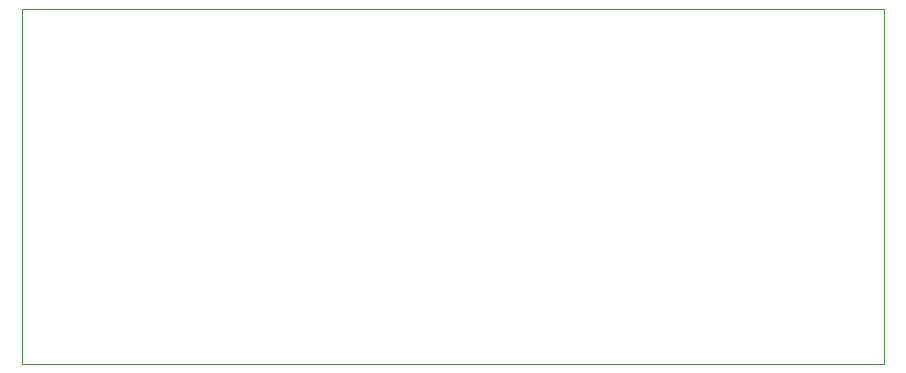
<source format=gbr>
%TF.GenerationSoftware,KiCad,Pcbnew,(5.1.9)-1*%
%TF.CreationDate,2021-11-09T18:36:26+00:00*%
%TF.ProjectId,Bluetooth_ignite_receiver,426c7565-746f-46f7-9468-5f69676e6974,rev?*%
%TF.SameCoordinates,Original*%
%TF.FileFunction,Profile,NP*%
%FSLAX46Y46*%
G04 Gerber Fmt 4.6, Leading zero omitted, Abs format (unit mm)*
G04 Created by KiCad (PCBNEW (5.1.9)-1) date 2021-11-09 18:36:26*
%MOMM*%
%LPD*%
G01*
G04 APERTURE LIST*
%TA.AperFunction,Profile*%
%ADD10C,0.100000*%
%TD*%
G04 APERTURE END LIST*
D10*
X149584200Y-75337100D02*
X149584200Y-105337100D01*
X76584200Y-105337100D02*
X149584200Y-105337100D01*
X76584200Y-105337100D02*
X76584200Y-75337100D01*
X149584200Y-75337100D02*
X76584200Y-75337100D01*
M02*

</source>
